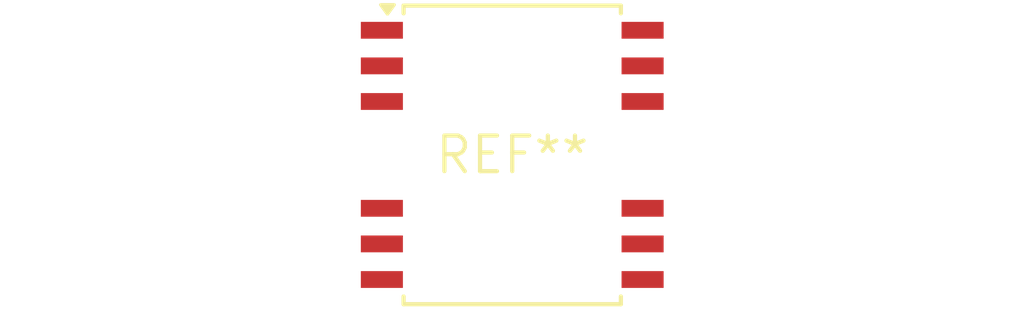
<source format=kicad_pcb>
(kicad_pcb (version 20240108) (generator pcbnew)
  (layers (0 "F.Cu" signal) (31 "B.Cu" signal) (34 "B.Paste" user) (35 "F.Paste" user) (36 "B.SilkS" user "B.Silkscreen") (37 "F.SilkS" user "F.Silkscreen") (38 "B.Mask" user) (39 "F.Mask" user) (44 "Edge.Cuts" user))
  (net 0 "")
  (footprint "SOIC-16W-12_7.5x10.3mm_P1.27mm" (layer "F.Cu") (at 0 0)
    (property "Reference" "REF**")
    (property "Value" "SOIC-16W-12_7.5x10.3mm_P1.27mm")
    (fp_line (start -3.875 -5.325) (end -3.875 -5.05) (layer "F.SilkS") (stroke (width 0.15)))
    (fp_line (start -3.875 -5.325) (end 3.875 -5.325) (layer "F.SilkS") (stroke (width 0.15)))
    (fp_line (start -3.875 5.325) (end -3.875 5.05) (layer "F.SilkS") (stroke (width 0.15)))
    (fp_line (start -3.875 5.325) (end 3.875 5.325) (layer "F.SilkS") (stroke (width 0.15)))
    (fp_line (start 3.875 -5.325) (end 3.875 -5.05) (layer "F.SilkS") (stroke (width 0.15)))
    (fp_line (start 3.875 5.325) (end 3.875 5.05) (layer "F.SilkS") (stroke (width 0.15)))
    (fp_poly (pts (xy -4.45 -5.025) (xy -4.69 -5.355) (xy -4.21 -5.355) (xy -4.45 -5.025)) (layer "F.SilkS") (stroke (width 0.12)) (fill solid))
    (pad "1" smd rect (at -4.65 -4.445) (size 1.5 0.6) (layers "F.Cu" "F.Paste" "F.Mask"))
    (pad "2" smd rect (at -4.65 -3.175) (size 1.5 0.6) (layers "F.Cu" "F.Paste" "F.Mask"))
    (pad "3" smd rect (at -4.65 -1.905) (size 1.5 0.6) (layers "F.Cu" "F.Paste" "F.Mask"))
    (pad "6" smd rect (at -4.65 1.905) (size 1.5 0.6) (layers "F.Cu" "F.Paste" "F.Mask"))
    (pad "7" smd rect (at -4.65 3.175) (size 1.5 0.6) (layers "F.Cu" "F.Paste" "F.Mask"))
    (pad "8" smd rect (at -4.65 4.445) (size 1.5 0.6) (layers "F.Cu" "F.Paste" "F.Mask"))
    (pad "9" smd rect (at 4.65 4.445) (size 1.5 0.6) (layers "F.Cu" "F.Paste" "F.Mask"))
    (pad "10" smd rect (at 4.65 3.175) (size 1.5 0.6) (layers "F.Cu" "F.Paste" "F.Mask"))
    (pad "11" smd rect (at 4.65 1.905) (size 1.5 0.6) (layers "F.Cu" "F.Paste" "F.Mask"))
    (pad "14" smd rect (at 4.65 -1.905) (size 1.5 0.6) (layers "F.Cu" "F.Paste" "F.Mask"))
    (pad "15" smd rect (at 4.65 -3.175) (size 1.5 0.6) (layers "F.Cu" "F.Paste" "F.Mask"))
    (pad "16" smd rect (at 4.65 -4.445) (size 1.5 0.6) (layers "F.Cu" "F.Paste" "F.Mask"))
  )
)
</source>
